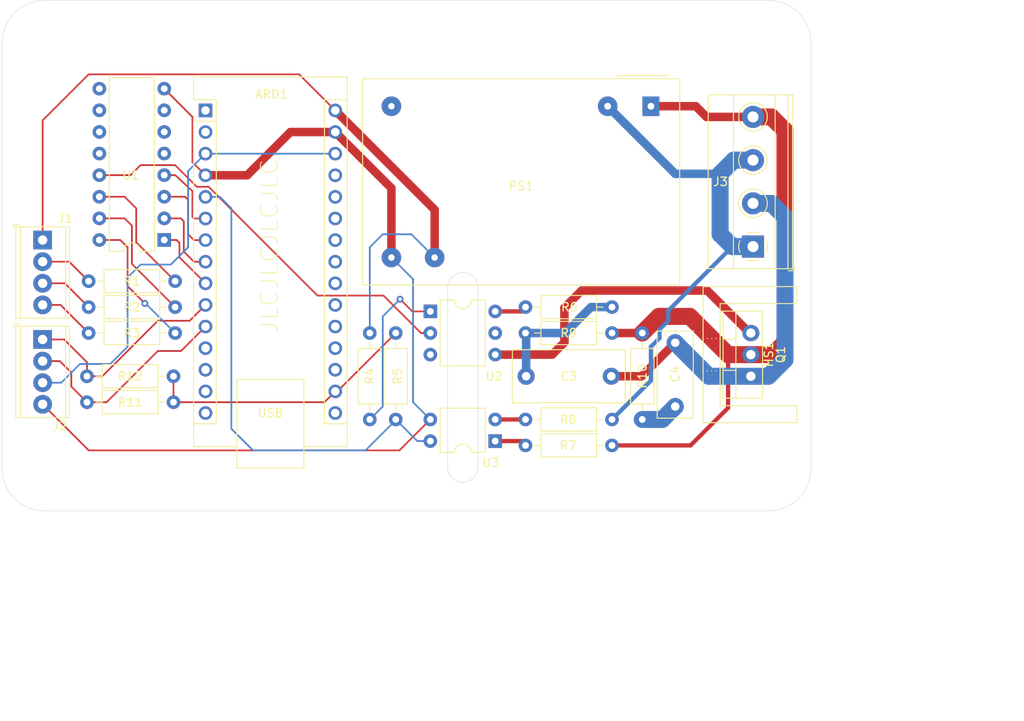
<source format=kicad_pcb>
(kicad_pcb (version 20240108) (generator "pcbnew") (generator_version "8.0")
  (layers (0 "F.Cu" signal) (31 "B.Cu" signal) (34 "B.Paste" user) (35 "F.Paste" user) (36 "B.SilkS" user "B.Silkscreen") (37 "F.SilkS" user "F.Silkscreen") (38 "B.Mask" user) (39 "F.Mask" user) (44 "Edge.Cuts" user))
  (net 0 "")
  (net 7 "/EXT RESET")
  (net 8 "VDD")
  (net 13 "GND")
  (net 14 "/FUTURE 1")
  (net 18 "/ZERO CROSS")
  (net 20 "+3V3")
  (net 22 "/TRIGGER")
  (net 25 "/LOAD{slash}L")
  (net 26 "/AC{slash}L")
  (net 27 "/FUTURE 2")
  (net 28 "Net-(J1-Pin_2)")
  (net 29 "Net-(J1-Pin_3)")
  (net 30 "/AC{slash}N")
  (net 31 "Net-(C3-Pad1)")
  (net 32 "Net-(C4-Pad1)")
  (net 35 "Net-(Q1-G)")
  (net 36 "Net-(U1-O2)")
  (net 38 "Net-(R4-Pad1)")
  (net 39 "Net-(R6-Pad2)")
  (net 40 "Net-(R7-Pad2)")
  (net 41 "Net-(R8-Pad2)")
  (net 49 "Net-(J1-Pin_4)")
  (net 50 "/O3")
  (net 51 "/O1")
  (net 52 "/I1")
  (net 53 "/I2")
  (net 54 "/I4")
  (net 55 "/I3")
  (footprint "TerminalBlock_Phoenix:TerminalBlock_Phoenix_MPT-0,5-4-2.54_1x04_P2.54mm_Horizontal" (layer "F.Cu") (at 95.758 101.849 -90)
    (property "Reference" "J2" (at 10.16 -2.032 180) (layer "F.SilkS"))
    (property "Value" "Screw_Terminal_01x04")
    (fp_line (start -1.8 3.4) (end -1.3 3.4) (stroke (width 0.12)) (layer "F.SilkS"))
    (fp_line (start -1.56 3.16) (end 9.18 3.16) (stroke (width 0.12)) (layer "F.SilkS"))
    (fp_line (start -1.8 2.66) (end -1.8 3.4) (stroke (width 0.12)) (layer "F.SilkS"))
    (fp_line (start -1.56 2.6) (end 9.18 2.6) (stroke (width 0.12)) (layer "F.SilkS"))
    (fp_line (start -1.56 -2.7) (end 9.18 -2.7) (stroke (width 0.12)) (layer "F.SilkS"))
    (fp_line (start -1.56 -3.16) (end -1.56 3.16) (stroke (width 0.12)) (layer "F.SilkS"))
    (fp_line (start -1.56 -3.16) (end 9.18 -3.16) (stroke (width 0.12)) (layer "F.SilkS"))
    (fp_line (start 9.18 -3.16) (end 9.18 3.16) (stroke (width 0.12)) (layer "F.SilkS"))
    (pad "1" thru_hole rect (at 0 0 270) (size 2.2 2.2) (drill 1.1) (layers "*.Cu" "*.Mask") (net 14 "/FUTURE 1"))
    (pad "2" thru_hole circle (at 2.54 0 270) (size 2.2 2.2) (drill 1.1) (layers "*.Cu" "*.Mask") (net 27 "/FUTURE 2"))
    (pad "3" thru_hole circle (at 5.08 0 270) (size 2.2 2.2) (drill 1.1) (layers "*.Cu" "*.Mask") (net 7 "/EXT RESET"))
    (pad "4" thru_hole circle (at 7.62 0 270) (size 2.2 2.2) (drill 1.1) (layers "*.Cu" "*.Mask") (net 13 "GND"))
  )
  (footprint "MountingHole:MountingHole_3.2mm_M3_ISO14580" (layer "F.Cu") (at 181 67)
    (property "Reference" "H2" (hide yes))
    (property "Value" "MountingHole")
    (pad "" np_thru_hole circle (at 0 0) (size 3.2 3.2) (drill 3.2) (layers "*.Cu" "*.Mask"))
  )
  (footprint "Package_DIP:DIP-6_W7.62mm" (layer "F.Cu") (at 141.292 98.552)
    (property "Reference" "U2" (at 7.493 7.62 0) (layer "F.SilkS"))
    (property "Value" "MOC3021")
    (fp_line (start 1.16 -1.33) (end 1.16 6.41) (stroke (width 0.12)) (layer "F.SilkS"))
    (fp_line (start 1.16 6.41) (end 6.46 6.41) (stroke (width 0.12)) (layer "F.SilkS"))
    (fp_line (start 2.81 -1.33) (end 1.16 -1.33) (stroke (width 0.12)) (layer "F.SilkS"))
    (fp_line (start 6.46 -1.33) (end 4.81 -1.33) (stroke (width 0.12)) (layer "F.SilkS"))
    (fp_line (start 6.46 6.41) (end 6.46 -1.33) (stroke (width 0.12)) (layer "F.SilkS"))
    (fp_arc (start 4.81 -1.33) (mid 3.81 -0.33) (end 2.81 -1.33) (stroke (width 0.12)) (layer "F.SilkS"))
    (pad "1" thru_hole rect (at 0 0) (size 1.6 1.6) (drill 0.8) (layers "*.Cu" "*.Mask") (net 38 "Net-(R4-Pad1)"))
    (pad "2" thru_hole oval (at 0 2.54) (size 1.6 1.6) (drill 0.8) (layers "*.Cu" "*.Mask") (net 22 "/TRIGGER"))
    (pad "3" thru_hole oval (at 0 5.08) (size 1.6 1.6) (drill 0.8) (layers "*.Cu" "*.Mask"))
    (pad "4" thru_hole oval (at 7.62 5.08) (size 1.6 1.6) (drill 0.8) (layers "*.Cu" "*.Mask") (net 35 "Net-(Q1-G)"))
    (pad "5" thru_hole oval (at 7.62 2.54) (size 1.6 1.6) (drill 0.8) (layers "*.Cu" "*.Mask"))
    (pad "6" thru_hole oval (at 7.62 0) (size 1.6 1.6) (drill 0.8) (layers "*.Cu" "*.Mask") (net 39 "Net-(R6-Pad2)"))
  )
  (footprint "Resistor_THT:R_Axial_DIN0207_L6.3mm_D2.5mm_P10.16mm_Horizontal" (layer "F.Cu") (at 162.628 101.092 180)
    (property "Reference" "R9" (at 5.08 0 0) (layer "F.SilkS"))
    (property "Value" "470R/1W")
    (fp_line (start 9.12 0) (end 8.35 0) (stroke (width 0.12)) (layer "F.SilkS"))
    (fp_line (start 8.35 1.37) (end 8.35 -1.37) (stroke (width 0.12)) (layer "F.SilkS"))
    (fp_line (start 8.35 -1.37) (end 1.81 -1.37) (stroke (width 0.12)) (layer "F.SilkS"))
    (fp_line (start 1.81 1.37) (end 8.35 1.37) (stroke (width 0.12)) (layer "F.SilkS"))
    (fp_line (start 1.81 -1.37) (end 1.81 1.37) (stroke (width 0.12)) (layer "F.SilkS"))
    (fp_line (start 1.04 0) (end 1.81 0) (stroke (width 0.12)) (layer "F.SilkS"))
    (pad "1" thru_hole circle (at 0 0 180) (size 1.6 1.6) (drill 0.8) (layers "*.Cu" "*.Mask") (net 26 "/AC{slash}L"))
    (pad "2" thru_hole oval (at 10.16 0 180) (size 1.6 1.6) (drill 0.8) (layers "*.Cu" "*.Mask") (net 31 "Net-(C3-Pad1)"))
  )
  (footprint "TerminalBlock_Phoenix:TerminalBlock_Phoenix_MKDS-1,5-4-5.08_1x04_P5.08mm_Horizontal" (layer "F.Cu") (at 179.189 90.932 90)
    (property "Reference" "J3" (at 7.62 -3.81 180) (layer "F.SilkS"))
    (property "Value" "Screw_Terminal_01x04")
    (fp_line (start 17.84 -5.261) (end 17.84 4.66) (stroke (width 0.12)) (layer "F.SilkS"))
    (fp_line (start -2.6 -5.261) (end 17.84 -5.261) (stroke (width 0.12)) (layer "F.SilkS"))
    (fp_line (start -2.6 -5.261) (end -2.6 4.66) (stroke (width 0.12)) (layer "F.SilkS"))
    (fp_line (start -2.6 -2.301) (end 17.84 -2.301) (stroke (width 0.12)) (layer "F.SilkS"))
    (fp_line (start 16.31 -1.275) (end 16.275 -1.239) (stroke (width 0.12)) (layer "F.SilkS"))
    (fp_line (start 11.23 -1.275) (end 11.195 -1.239) (stroke (width 0.12)) (layer "F.SilkS"))
    (fp_line (start 6.15 -1.275) (end 6.115 -1.239) (stroke (width 0.12)) (layer "F.SilkS"))
    (fp_line (start 16.515 -1.069) (end 16.468 -1.023) (stroke (width 0.12)) (layer "F.SilkS"))
    (fp_line (start 11.435 -1.069) (end 11.388 -1.023) (stroke (width 0.12)) (layer "F.SilkS"))
    (fp_line (start 6.355 -1.069) (end 6.308 -1.023) (stroke (width 0.12)) (layer "F.SilkS"))
    (fp_line (start 14.013 1.023) (end 13.966 1.069) (stroke (width 0.12)) (layer "F.SilkS"))
    (fp_line (start 8.933 1.023) (end 8.886 1.069) (stroke (width 0.12)) (layer "F.SilkS"))
    (fp_line (start 3.853 1.023) (end 3.806 1.069) (stroke (width 0.12)) (layer "F.SilkS"))
    (fp_line (start 14.206 1.239) (end 14.171 1.274) (stroke (width 0.12)) (layer "F.SilkS"))
    (fp_line (start 9.126 1.239) (end 9.091 1.274) (stroke (width 0.12)) (layer "F.SilkS"))
    (fp_line (start 4.046 1.239) (end 4.011 1.274) (stroke (width 0.12)) (layer "F.SilkS"))
    (fp_line (start -2.6 2.6) (end 17.84 2.6) (stroke (width 0.12)) (layer "F.SilkS"))
    (fp_line (start -2.6 4.1) (end 17.84 4.1) (stroke (width 0.12)) (layer "F.SilkS"))
    (fp_line (start -2.84 4.16) (end -2.84 4.9) (stroke (width 0.12)) (layer "F.SilkS"))
    (fp_line (start -2.6 4.66) (end 17.84 4.66) (stroke (width 0.12)) (layer "F.SilkS"))
    (fp_line (start -2.84 4.9) (end -2.34 4.9) (stroke (width 0.12)) (layer "F.SilkS"))
    (fp_arc (start -0.683042 -1.535427) (mid 0.000524 -1.680501) (end 0.684 -1.535) (stroke (width 0.12)) (layer "F.SilkS"))
    (fp_arc (start 1.535427 -0.683042) (mid 1.680501 0.000524) (end 1.535 0.684) (stroke (width 0.12)) (layer "F.SilkS"))
    (fp_arc (start -1.535427 0.683042) (mid -1.680501 -0.000524) (end -1.535 -0.684) (stroke (width 0.12)) (layer "F.SilkS"))
    (fp_arc (start 0.683318 1.534756) (mid 0.349292 1.643288) (end 0 1.68) (stroke (width 0.12)) (layer "F.SilkS"))
    (fp_arc (start 0.028805 1.680253) (mid -0.335551 1.646659) (end -0.684 1.535) (stroke (width 0.12)) (layer "F.SilkS"))
    (fp_circle (center 15.24 0) (end 16.92 0) (stroke (width 0.12)) (fill none) (layer "F.SilkS"))
    (fp_circle (center 10.16 0) (end 11.84 0) (stroke (width 0.12)) (fill none) (layer "F.SilkS"))
    (fp_circle (center 5.08 0) (end 6.76 0) (stroke (width 0.12)) (fill none) (layer "F.SilkS"))
    (pad "1" thru_hole rect (at 0 0 90) (size 2.6 2.6) (drill 1.3) (layers "*.Cu" "*.Mask") (net 30 "/AC{slash}N"))
    (pad "2" thru_hole circle (at 5.08 0 90) (size 2.6 2.6) (drill 1.3) (layers "*.Cu" "*.Mask") (net 25 "/LOAD{slash}L"))
    (pad "3" thru_hole circle (at 10.16 0 90) (size 2.6 2.6) (drill 1.3) (layers "*.Cu" "*.Mask") (net 30 "/AC{slash}N"))
    (pad "4" thru_hole circle (at 15.24 0 90) (size 2.6 2.6) (drill 1.3) (layers "*.Cu" "*.Mask") (net 26 "/AC{slash}L"))
  )
  (footprint "Resistor_THT:R_Axial_DIN0207_L6.3mm_D2.5mm_P10.16mm_Horizontal" (layer "F.Cu") (at 134.18 111.252 90)
    (property "Reference" "R4" (at 5.08 0 90) (layer "F.SilkS"))
    (property "Value" "360R")
    (fp_line (start 8.35 -1.37) (end 1.81 -1.37) (stroke (width 0.12)) (layer "F.SilkS"))
    (fp_line (start 1.81 -1.37) (end 1.81 1.37) (stroke (width 0.12)) (layer "F.SilkS"))
    (fp_line (start 9.12 0) (end 8.35 0) (stroke (width 0.12)) (layer "F.SilkS"))
    (fp_line (start 1.04 0) (end 1.81 0) (stroke (width 0.12)) (layer "F.SilkS"))
    (fp_line (start 8.35 1.37) (end 8.35 -1.37) (stroke (width 0.12)) (layer "F.SilkS"))
    (fp_line (start 1.81 1.37) (end 8.35 1.37) (stroke (width 0.12)) (layer "F.SilkS"))
    (pad "1" thru_hole circle (at 0 0 90) (size 1.6 1.6) (drill 0.8) (layers "*.Cu" "*.Mask") (net 38 "Net-(R4-Pad1)"))
    (pad "2" thru_hole oval (at 10.16 0 90) (size 1.6 1.6) (drill 0.8) (layers "*.Cu" "*.Mask") (net 8 "VDD"))
  )
  (footprint "Resistor_THT:R_Axial_DIN0207_L6.3mm_D2.5mm_P10.16mm_Horizontal" (layer "F.Cu") (at 137.228 101.092 -90)
    (property "Reference" "R5" (at 5.08 -0.254 90) (layer "F.SilkS"))
    (property "Value" "4K7")
    (fp_line (start 1.81 1.37) (end 8.35 1.37) (stroke (width 0.12)) (layer "F.SilkS"))
    (fp_line (start 8.35 1.37) (end 8.35 -1.37) (stroke (width 0.12)) (layer "F.SilkS"))
    (fp_line (start 1.04 0) (end 1.81 0) (stroke (width 0.12)) (layer "F.SilkS"))
    (fp_line (start 9.12 0) (end 8.35 0) (stroke (width 0.12)) (layer "F.SilkS"))
    (fp_line (start 1.81 -1.37) (end 1.81 1.37) (stroke (width 0.12)) (layer "F.SilkS"))
    (fp_line (start 8.35 -1.37) (end 1.81 -1.37) (stroke (width 0.12)) (layer "F.SilkS"))
    (pad "1" thru_hole circle (at 0 0 270) (size 1.6 1.6) (drill 0.8) (layers "*.Cu" "*.Mask") (net 20 "+3V3"))
    (pad "2" thru_hole oval (at 10.16 0 270) (size 1.6 1.6) (drill 0.8) (layers "*.Cu" "*.Mask") (net 18 "/ZERO CROSS"))
  )
  (footprint "Package_DIP:DIP-16_W7.62mm" (layer "F.Cu") (at 110.04 90.155 180)
    (property "Reference" "U1" (at 3.937 7.605 0) (layer "F.SilkS"))
    (property "Value" "ULN2003A")
    (fp_line (start 6.46 19.11) (end 6.46 -1.33) (stroke (width 0.12)) (layer "F.SilkS"))
    (fp_line (start 6.46 -1.33) (end 4.81 -1.33) (stroke (width 0.12)) (layer "F.SilkS"))
    (fp_line (start 2.81 -1.33) (end 1.16 -1.33) (stroke (width 0.12)) (layer "F.SilkS"))
    (fp_line (start 1.16 19.11) (end 6.46 19.11) (stroke (width 0.12)) (layer "F.SilkS"))
    (fp_line (start 1.16 -1.33) (end 1.16 19.11) (stroke (width 0.12)) (layer "F.SilkS"))
    (fp_arc (start 4.81 -1.33) (mid 3.81 -0.33) (end 2.81 -1.33) (stroke (width 0.12)) (layer "F.SilkS"))
    (pad "1" thru_hole rect (at 0 0 180) (size 1.6 1.6) (drill 0.8) (layers "*.Cu" "*.Mask") (net 52 "/I1"))
    (pad "2" thru_hole oval (at 0 2.54 180) (size 1.6 1.6) (drill 0.8) (layers "*.Cu" "*.Mask") (net 53 "/I2"))
    (pad "3" thru_hole oval (at 0 5.08 180) (size 1.6 1.6) (drill 0.8) (layers "*.Cu" "*.Mask") (net 55 "/I3"))
    (pad "4" thru_hole oval (at 0 7.62 180) (size 1.6 1.6) (drill 0.8) (layers "*.Cu" "*.Mask") (net 54 "/I4"))
    (pad "5" thru_hole oval (at 0 10.16 180) (size 1.6 1.6) (drill 0.8) (layers "*.Cu" "*.Mask"))
    (pad "6" thru_hole oval (at 0 12.7 180) (size 1.6 1.6) (drill 0.8) (layers "*.Cu" "*.Mask"))
    (pad "7" thru_hole oval (at 0 15.24 180) (size 1.6 1.6) (drill 0.8) (layers "*.Cu" "*.Mask"))
    (pad "8" thru_hole oval (at 0 17.78 180) (size 1.6 1.6) (drill 0.8) (layers "*.Cu" "*.Mask") (net 13 "GND"))
    (pad "9" thru_hole oval (at 7.62 17.78 180) (size 1.6 1.6) (drill 0.8) (layers "*.Cu" "*.Mask"))
    (pad "10" thru_hole oval (at 7.62 15.24 180) (size 1.6 1.6) (drill 0.8) (layers "*.Cu" "*.Mask"))
    (pad "11" thru_hole oval (at 7.62 12.7 180) (size 1.6 1.6) (drill 0.8) (layers "*.Cu" "*.Mask"))
    (pad "12" thru_hole oval (at 7.62 10.16 180) (size 1.6 1.6) (drill 0.8) (layers "*.Cu" "*.Mask"))
    (pad "13" thru_hole oval (at 7.62 7.62 180) (size 1.6 1.6) (drill 0.8) (layers "*.Cu" "*.Mask") (net 22 "/TRIGGER"))
    (pad "14" thru_hole oval (at 7.62 5.08 180) (size 1.6 1.6) (drill 0.8) (layers "*.Cu" "*.Mask") (net 50 "/O3"))
    (pad "15" thru_hole oval (at 7.62 2.54 180) (size 1.6 1.6) (drill 0.8) (layers "*.Cu" "*.Mask") (net 36 "Net-(U1-O2)"))
    (pad "16" thru_hole oval (at 7.62 0 180) (size 1.6 1.6) (drill 0.8) (layers "*.Cu" "*.Mask") (net 51 "/O1"))
  )
  (footprint "MyFootPrints:Heatsink_Fischer_SK-431-1x25mm" (layer "F.Cu") (at 175.328 103.632 90)
    (property "Reference" "HS1" (at 0 5.715 90) (layer "F.SilkS"))
    (property "Value" "Heatsink_Pad")
    (fp_line (start 8 -2) (end 8 9) (stroke (width 0.12)) (layer "F.SilkS"))
    (fp_line (start 1.9 -2) (end 1.9 0) (stroke (width 0.12) (type dot)) (layer "F.SilkS"))
    (fp_line (start -1.9 -2) (end -1.9 0) (stroke (width 0.12) (type dot)) (layer "F.SilkS"))
    (fp_line (start -8 -2) (end 8 -2) (stroke (width 0.12)) (layer "F.SilkS"))
    (fp_line (start -8 -2) (end -8 9) (stroke (width 0.12)) (layer "F.SilkS"))
    (fp_line (start 6 0) (end 6 9) (stroke (width 0.12)) (layer "F.SilkS"))
    (fp_line (start -6 0) (end 6 0) (stroke (width 0.12)) (layer "F.SilkS"))
    (fp_line (start 6 9) (end 8 9) (stroke (width 0.12)) (layer "F.SilkS"))
    (fp_line (start -6 9) (end -6 0) (stroke (width 0.12)) (layer "F.SilkS"))
    (fp_line (start -8 9) (end -6 9) (stroke (width 0.12)) (layer "F.SilkS"))
  )
  (footprint "Resistor_THT:R_Axial_DIN0207_L6.3mm_D2.5mm_P10.16mm_Horizontal" (layer "F.Cu") (at 162.628 114.3 180)
    (property "Reference" "R7" (at 5.16 0 180) (layer "F.SilkS"))
    (property "Value" "15K/1W")
    (fp_line (start 9.12 0) (end 8.35 0) (stroke (width 0.12)) (layer "F.SilkS"))
    (fp_line (start 8.35 1.37) (end 8.35 -1.37) (stroke (width 0.12)) (layer "F.SilkS"))
    (fp_line (start 8.35 -1.37) (end 1.81 -1.37) (stroke (width 0.12)) (layer "F.SilkS"))
    (fp_line (start 1.81 1.37) (end 8.35 1.37) (stroke (width 0.12)) (layer "F.SilkS"))
    (fp_line (start 1.81 -1.37) (end 1.81 1.37) (stroke (width 0.12)) (layer "F.SilkS"))
    (fp_line (start 1.04 0) (end 1.81 0) (stroke (width 0.12)) (layer "F.SilkS"))
    (pad "1" thru_hole circle (at 0 0 180) (size 1.6 1.6) (drill 0.8) (layers "*.Cu" "*.Mask") (net 26 "/AC{slash}L"))
    (pad "2" thru_hole oval (at 10.16 0 180) (size 1.6 1.6) (drill 0.8) (layers "*.Cu" "*.Mask") (net 40 "Net-(R7-Pad2)"))
  )
  (footprint "Capacitor_THT:C_Rect_L10.0mm_W4.0mm_P7.50mm_FKS3_FKP3" (layer "F.Cu") (at 170.054 109.728 90)
    (property "Reference" "C4" (at 3.81 0 90) (layer "F.SilkS"))
    (property "Value" "0.01 uF/400V")
    (fp_line (start 8.87 -2.12) (end 8.87 2.12) (stroke (width 0.12)) (layer "F.SilkS"))
    (fp_line (start -1.37 -2.12) (end 8.87 -2.12) (stroke (width 0.12)) (layer "F.SilkS"))
    (fp_line (start -1.37 -2.12) (end -1.37 2.12) (stroke (width 0.12)) (layer "F.SilkS"))
    (fp_line (start -1.37 2.12) (end 8.87 2.12) (stroke (width 0.12)) (layer "F.SilkS"))
    (pad "1" thru_hole circle (at 0 0 90) (size 2 2) (drill 1) (layers "*.Cu" "*.Mask") (net 32 "Net-(C4-Pad1)"))
    (pad "2" thru_hole circle (at 7.5 0 90) (size 2 2) (drill 1) (layers "*.Cu" "*.Mask") (net 25 "/LOAD{slash}L"))
  )
  (footprint "Resistor_THT:R_Axial_DIN0207_L6.3mm_D2.5mm_P10.16mm_Horizontal" (layer "F.Cu") (at 111.32 98.044 180)
    (property "Reference" "R2" (at 5.08 0 180) (layer "F.SilkS"))
    (property "Value" "290R")
    (fp_line (start 9.12 0) (end 8.35 0) (stroke (width 0.12)) (layer "F.SilkS"))
    (fp_line (start 8.35 1.37) (end 8.35 -1.37) (stroke (width 0.12)) (layer "F.SilkS"))
    (fp_line (start 8.35 -1.37) (end 1.81 -1.37) (stroke (width 0.12)) (layer "F.SilkS"))
    (fp_line (start 1.81 1.37) (end 8.35 1.37) (stroke (width 0.12)) (layer "F.SilkS"))
    (fp_line (start 1.81 -1.37) (end 1.81 1.37) (stroke (width 0.12)) (layer "F.SilkS"))
    (fp_line (start 1.04 0) (end 1.81 0) (stroke (width 0.12)) (layer "F.SilkS"))
    (pad "1" thru_hole circle (at 0 0 180) (size 1.6 1.6) (drill 0.8) (layers "*.Cu" "*.Mask") (net 36 "Net-(U1-O2)"))
    (pad "2" thru_hole oval (at 10.16 0 180) (size 1.6 1.6) (drill 0.8) (layers "*.Cu" "*.Mask") (net 29 "Net-(J1-Pin_3)"))
  )
  (footprint "Resistor_THT:R_Axial_DIN0207_L6.3mm_D2.5mm_P10.16mm_Horizontal" (layer "F.Cu") (at 162.628 98.044 180)
    (property "Reference" "R6" (at 5 0 0) (layer "F.SilkS"))
    (property "Value" "360R/1W")
    (fp_line (start 9.12 0) (end 8.35 0) (stroke (width 0.12)) (layer "F.SilkS"))
    (fp_line (start 8.35 1.37) (end 8.35 -1.37) (stroke (width 0.12)) (layer "F.SilkS"))
    (fp_line (start 8.35 -1.37) (end 1.81 -1.37) (stroke (width 0.12)) (layer "F.SilkS"))
    (fp_line (start 1.81 1.37) (end 8.35 1.37) (stroke (width 0.12)) (layer "F.SilkS"))
    (fp_line (start 1.81 -1.37) (end 1.81 1.37) (stroke (width 0.12)) (layer "F.SilkS"))
    (fp_line (start 1.04 0) (end 1.81 0) (stroke (width 0.12)) (layer "F.SilkS"))
    (pad "1" thru_hole circle (at 0 0 180) (size 1.6 1.6) (drill 0.8) (layers "*.Cu" "*.Mask") (net 31 "Net-(C3-Pad1)"))
    (pad "2" thru_hole oval (at 10.16 0 180) (size 1.6 1.6) (drill 0.8) (layers "*.Cu" "*.Mask") (net 39 "Net-(R6-Pad2)"))
  )
  (footprint "Resistor_THT:R_Axial_DIN0207_L6.3mm_D2.5mm_P10.16mm_Horizontal" (layer "F.Cu") (at 111.32 94.996 180)
    (property "Reference" "R1" (at 5.08 0 180) (layer "F.SilkS"))
    (property "Value" "330R")
    (fp_line (start 9.12 0) (end 8.35 0) (stroke (width 0.12)) (layer "F.SilkS"))
    (fp_line (start 8.35 1.37) (end 8.35 -1.37) (stroke (width 0.12)) (layer "F.SilkS"))
    (fp_line (start 8.35 -1.37) (end 1.81 -1.37) (stroke (width 0.12)) (layer "F.SilkS"))
    (fp_line (start 1.81 1.37) (end 8.35 1.37) (stroke (width 0.12)) (layer "F.SilkS"))
    (fp_line (start 1.81 -1.37) (end 1.81 1.37) (stroke (width 0.12)) (layer "F.SilkS"))
    (fp_line (start 1.04 0) (end 1.81 0) (stroke (width 0.12)) (layer "F.SilkS"))
    (pad "1" thru_hole circle (at 0 0 180) (size 1.6 1.6) (drill 0.8) (layers "*.Cu" "*.Mask") (net 50 "/O3"))
    (pad "2" thru_hole oval (at 10.16 0 180) (size 1.6 1.6) (drill 0.8) (layers "*.Cu" "*.Mask") (net 28 "Net-(J1-Pin_2)"))
  )
  (footprint "Resistor_THT:R_Axial_DIN0207_L6.3mm_D2.5mm_P10.16mm_Horizontal" (layer "F.Cu") (at 162.628 111.252 180)
    (property "Reference" "R8" (at 5.16 0 180) (layer "F.SilkS"))
    (property "Value" "15K/1W")
    (fp_line (start 9.12 0) (end 8.35 0) (stroke (width 0.12)) (layer "F.SilkS"))
    (fp_line (start 8.35 1.37) (end 8.35 -1.37) (stroke (width 0.12)) (layer "F.SilkS"))
    (fp_line (start 8.35 -1.37) (end 1.81 -1.37) (stroke (width 0.12)) (layer "F.SilkS"))
    (fp_line (start 1.81 1.37) (end 8.35 1.37) (stroke (width 0.12)) (layer "F.SilkS"))
    (fp_line (start 1.81 -1.37) (end 1.81 1.37) (stroke (width 0.12)) (layer "F.SilkS"))
    (fp_line (start 1.04 0) (end 1.81 0) (stroke (width 0.12)) (layer "F.SilkS"))
    (pad "1" thru_hole circle (at 0 0 180) (size 1.6 1.6) (drill 0.8) (layers "*.Cu" "*.Mask") (net 30 "/AC{slash}N"))
    (pad "2" thru_hole oval (at 10.16 0 180) (size 1.6 1.6) (drill 0.8) (layers "*.Cu" "*.Mask") (net 41 "Net-(R8-Pad2)"))
  )
  (footprint "Resistor_THT:R_Axial_DIN0207_L6.3mm_D2.5mm_P10.16mm_Horizontal" (layer "F.Cu") (at 111.125 106.172 180)
    (property "Reference" "R12" (at 5.08 0 180) (layer "F.SilkS"))
    (property "Value" "4K7")
    (fp_line (start 9.12 0) (end 8.35 0) (stroke (width 0.12)) (layer "F.SilkS"))
    (fp_line (start 8.35 1.37) (end 8.35 -1.37) (stroke (width 0.12)) (layer "F.SilkS"))
    (fp_line (start 8.35 -1.37) (end 1.81 -1.37) (stroke (width 0.12)) (layer "F.SilkS"))
    (fp_line (start 1.81 1.37) (end 8.35 1.37) (stroke (width 0.12)) (layer "F.SilkS"))
    (fp_line (start 1.81 -1.37) (end 1.81 1.37) (stroke (width 0.12)) (layer "F.SilkS"))
    (fp_line (start 1.04 0) (end 1.81 0) (stroke (width 0.12)) (layer "F.SilkS"))
    (pad "1" thru_hole circle (at 0 0 180) (size 1.6 1.6) (drill 0.8) (layers "*.Cu" "*.Mask") (net 20 "+3V3"))
    (pad "2" thru_hole oval (at 10.16 0 180) (size 1.6 1.6) (drill 0.8) (layers "*.Cu" "*.Mask") (net 14 "/FUTURE 1"))
  )
  (footprint "Package_DIP:DIP-4_W7.62mm" (layer "F.Cu") (at 148.912 113.792 180)
    (property "Reference" "U3" (at 0.508 -2.54 0) (layer "F.SilkS"))
    (property "Value" "SFH620A-3")
    (fp_line (start 6.46 3.87) (end 6.46 -1.33) (stroke (width 0.12)) (layer "F.SilkS"))
    (fp_line (start 6.46 -1.33) (end 4.81 -1.33) (stroke (width 0.12)) (layer "F.SilkS"))
    (fp_line (start 2.81 -1.33) (end 1.16 -1.33) (stroke (width 0.12)) (layer "F.SilkS"))
    (fp_line (start 1.16 3.87) (end 6.46 3.87) (stroke (width 0.12)) (layer "F.SilkS"))
    (fp_line (start 1.16 -1.33) (end 1.16 3.87) (stroke (width 0.12)) (layer "F.SilkS"))
    (fp_arc (start 4.81 -1.33) (mid 3.81 -0.33) (end 2.81 -1.33) (stroke (width 0.12)) (layer "F.SilkS"))
    (pad "1" thru_hole rect (at 0 0 180) (size 1.6 1.6) (drill 0.8) (layers "*.Cu" "*.Mask") (net 40 "Net-(R7-Pad2)"))
    (pad "2" thru_hole oval (at 0 2.54 180) (size 1.6 1.6) (drill 0.8) (layers "*.Cu" "*.Mask") (net 41 "Net-(R8-Pad2)"))
    (pad "3" thru_hole oval (at 7.62 2.54 180) (size 1.6 1.6) (drill 0.8) (layers "*.Cu" "*.Mask") (net 13 "GND"))
    (pad "4" thru_hole oval (at 7.62 0 180) (size 1.6 1.6) (drill 0.8) (layers "*.Cu" "*.Mask") (net 18 "/ZERO CROSS"))
  )
  (footprint "MountingHole:MountingHole_3.2mm_M3_ISO14580" (layer "F.Cu") (at 96 117)
    (property "Reference" "H4" (hide yes))
    (property "Value" "MountingHole")
    (pad "" np_thru_hole circle (at 0 0) (size 3.2 3.2) (drill 3.2) (layers "*.Cu" "*.Mask"))
  )
  (footprint "TerminalBlock_Phoenix:TerminalBlock_Phoenix_MPT-0,5-4-2.54_1x04_P2.54mm_Horizontal" (layer "F.Cu") (at 95.758 90.165 -90)
    (property "Reference" "J1" (at -2.54 -2.667 180) (layer "F.SilkS"))
    (property "Value" "Screw_Terminal_01x04")
    (fp_line (start -1.8 3.4) (end -1.3 3.4) (stroke (width 0.12)) (layer "F.SilkS"))
    (fp_line (start -1.56 3.16) (end 9.18 3.16) (stroke (width 0.12)) (layer "F.SilkS"))
    (fp_line (start -1.8 2.66) (end -1.8 3.4) (stroke (width 0.12)) (layer "F.SilkS"))
    (fp_line (start -1.56 2.6) (end 9.18 2.6) (stroke (width 0.12)) (layer "F.SilkS"))
    (fp_line (start -1.56 -2.7) (end 9.18 -2.7) (stroke (width 0.12)) (layer "F.SilkS"))
    (fp_line (start -1.56 -3.16) (end -1.56 3.16) (stroke (width 0.12)) (layer "F.SilkS"))
    (fp_line (start -1.56 -3.16) (end 9.18 -3.16) (stroke (width 0.12)) (layer "F.SilkS"))
    (fp_line (start 9.18 -3.16) (end 9.18 3.16) (stroke (width 0.12)) (layer "F.SilkS"))
    (pad "1" thru_hole rect (at 0 0 270) (size 2.2 2.2) (drill 1.1) (layers "*.Cu" "*.Mask") (net 8 "VDD"))
    (pad "2" thru_hole circle (at 2.54 0 270) (size 2.2 2.2) (drill 1.1) (layers "*.Cu" "*.Mask") (net 28 "Net-(J1-Pin_2)"))
    (pad "3" thru_hole circle (at 5.08 0 270) (size 2.2 2.2) (drill 1.1) (layers "*.Cu" "*.Mask") (net 29 "Net-(J1-Pin_3)"))
    (pad "4" thru_hole circle (at 7.62 0 270) (size 2.2 2.2) (drill 1.1) (layers "*.Cu" "*.Mask") (net 49 "Net-(J1-Pin_4)"))
  )
  (footprint "Capacitor_THT:C_Rect_L13.0mm_W6.0mm_P10.00mm_FKS3_FKP3_MKS4" (layer "F.Cu") (at 152.548 106.172)
    (property "Reference" "C3" (at 5 0 0) (layer "F.SilkS"))
    (property "Value" "0.05uF/400V")
    (fp_line (start -1.62 -3.12) (end -1.62 3.12) (stroke (width 0.12)) (layer "F.SilkS"))
    (fp_line (start -1.62 -3.12) (end 11.62 -3.12) (stroke (width 0.12)) (layer "F.SilkS"))
    (fp_line (start -1.62 3.12) (end 11.62 3.12) (stroke (width 0.12)) (layer "F.SilkS"))
    (fp_line (start 11.62 -3.12) (end 11.62 3.12) (stroke (width 0.12)) (layer "F.SilkS"))
    (pad "1" thru_hole circle (at 0 0) (size 2 2) (drill 1) (layers "*.Cu" "*.Mask") (net 31 "Net-(C3-Pad1)"))
    (pad "2" thru_hole circle (at 10 0) (size 2 2) (drill 1) (layers "*.Cu" "*.Mask") (net 25 "/LOAD{slash}L"))
  )
  (footprint "MountingHole:MountingHole_3.2mm_M3_ISO14580" (layer "F.Cu") (at 96 67)
    (property "Reference" "H1" (hide yes))
    (property "Value" "MountingHole")
    (pad "" np_thru_hole circle (at 0 0) (size 3.2 3.2) (drill 3.2) (layers "*.Cu" "*.Mask"))
  )
  (footprint "MountingHole:MountingHole_3.2mm_M3_ISO14580" (layer "F.Cu") (at 181 117)
    (property "Reference" "H3" (hide yes))
    (property "Value" "MountingHole")
    (pad "" np_thru_hole circle (at 0 0) (size 3.2 3.2) (drill 3.2) (layers "*.Cu" "*.Mask"))
  )
  (footprint "Package_TO_SOT_THT:TO-220-3_Vertical" (layer "F.Cu") (at 178.94 106.172 90)
    (property "Reference" "Q1" (at 2.54 3.5 90) (layer "F.SilkS"))
    (property "Value" "BT136-600")
    (fp_line (start 7.66 -3.27) (end 7.66 1.371) (stroke (width 0.12)) (layer "F.SilkS"))
    (fp_line (start 4.391 -3.27) (end 4.391 -1.76) (stroke (width 0.12)) (layer "F.SilkS"))
    (fp_line (start 0.69 -3.27) (end 0.69 -1.76) (stroke (width 0.12)) (layer "F.SilkS"))
    (fp_line (start -2.58 -3.27) (end 7.66 -3.27) (stroke (width 0.12)) (layer "F.SilkS"))
    (fp_line (start -2.58 -3.27) (end -2.58 1.371) (stroke (width 0.12)) (layer "F.SilkS"))
    (fp_line (start -2.58 -1.76) (end 7.66 -1.76) (stroke (width 0.12)) (layer "F.SilkS"))
    (fp_line (start -2.58 1.371) (end 7.66 1.371) (stroke (width 0.12)) (layer "F.SilkS"))
    (pad "1" thru_hole rect (at 0 0 90) (size 1.905 2) (drill 1.1) (layers "*.Cu" "*.Mask") (net 25 "/LOAD{slash}L"))
    (pad "2" thru_hole oval (at 2.54 0 90) (size 1.905 2) (drill 1.1) (layers "*.Cu" "*.Mask") (net 26 "/AC{slash}L"))
    (pad "3" thru_hole oval (at 5.08 0 90) (size 1.905 2) (drill 1.1) (layers "*.Cu" "*.Mask") (net 35 "Net-(Q1-G)"))
  )
  (footprint "Converter_ACDC:Converter_ACDC_MeanWell_IRM-03-xx_THT" (layer "F.Cu") (at 167.2 74.4375 -90)
    (property "Reference" "PS1" (at 9.3825 15.24 180) (layer "F.SilkS"))
    (property "Value" "IRM-03-9")
    (fp_line (start -3.23 33.86) (end 21.01 33.86) (stroke (width 0.12)) (layer "F.SilkS"))
    (fp_line (start -3.61 -2) (end -3.61 4) (stroke (width 0.12)) (layer "F.SilkS"))
    (fp_line (start -3.23 -3.38) (end -3.23 33.86) (stroke (width 0.12)) (layer "F.SilkS"))
    (fp_line (start 21.01 -3.38) (end 21.01 33.86) (stroke (width 0.12)) (layer "F.SilkS"))
    (fp_line (start 21.01 -3.38) (end -3.23 -3.38) (stroke (width 0.12)) (layer "F.SilkS"))
    (pad "1" thru_hole rect (at 0 0 270) (size 2.3 2) (drill 0.8) (layers "*.Cu" "*.Mask") (net 26 "/AC{slash}L"))
    (pad "3" thru_hole circle (at 0 5.08 270) (size 2.3 2.3) (drill 0.8) (layers "*.Cu" "*.Mask") (net 30 "/AC{slash}N"))
    (pad "5" thru_hole circle (at 0 30.48 270) (size 2.3 2.3) (drill 0.76) (layers "*.Cu" "*.Mask"))
    (pad "14" thru_hole circle (at 17.78 30.48 270) (size 2.3 2.3) (drill 0.76) (layers "*.Cu" "*.Mask") (net 13 "GND"))
    (pad "16" thru_hole circle (at 17.78 25.4 270) (size 2.3 2.3) (drill 0.76) (layers "*.Cu" "*.Mask") (net 8 "VDD"))
  )
  (footprint "MyFootPrints:Arduino_Nano_WithMountingHoles" (layer "F.Cu") (at 114.886 74.93)
    (property "Reference" "ARD1" (at 7.737 -1.905 0) (layer "F.SilkS"))
    (property "Value" "Arduino_Nano_33_BLE_Rev2")
    (fp_line (start -1.4 -3.94) (end -1.4 -1.27) (stroke (width 0.12)) (layer "F.SilkS"))
    (fp_line (start -1.4 1.27) (end -1.4 39.5) (stroke (width 0.12)) (layer "F.SilkS"))
    (fp_line (start -1.4 39.5) (end 3.68 39.5) (stroke (width 0.12)) (layer "F.SilkS"))
    (fp_line (start 1.27 -1.27) (end -1.4 -1.27) (stroke (width 0.12)) (layer "F.SilkS"))
    (fp_line (start 1.27 1.27) (end -1.4 1.27) (stroke (width 0.12)) (layer "F.SilkS"))
    (fp_line (start 1.27 1.27) (end 1.27 -1.27) (stroke (width 0.12)) (layer "F.SilkS"))
    (fp_line (start 1.27 1.27) (end 1.27 36.83) (stroke (width 0.12)) (layer "F.SilkS"))
    (fp_line (start 1.27 36.83) (end -1.4 36.83) (stroke (width 0.12)) (layer "F.SilkS"))
    (fp_line (start 3.68 31.62) (end 11.56 31.62) (stroke (width 0.12)) (layer "F.SilkS"))
    (fp_line (start 3.68 42.04) (end 3.68 31.62) (stroke (width 0.12)) (layer "F.SilkS"))
    (fp_line (start 11.56 31.62) (end 11.56 42.04) (stroke (width 0.12)) (layer "F.SilkS"))
    (fp_line (start 11.56 42.04) (end 3.68 42.04) (stroke (width 0.12)) (layer "F.SilkS"))
    (fp_line (start 13.97 -1.27) (end 13.97 36.83) (stroke (width 0.12)) (layer "F.SilkS"))
    (fp_line (start 13.97 -1.27) (end 16.64 -1.27) (stroke (width 0.12)) (layer "F.SilkS"))
    (fp_line (start 13.97 36.83) (end 16.64 36.83) (stroke (width 0.12)) (layer "F.SilkS"))
    (fp_line (start 16.64 -3.94) (end -1.4 -3.94) (stroke (width 0.12)) (layer "F.SilkS"))
    (fp_line (start 16.64 39.5) (end 11.56 39.5) (stroke (width 0.12)) (layer "F.SilkS"))
    (fp_line (start 16.64 39.5) (end 16.64 -3.94) (stroke (width 0.12)) (layer "F.SilkS"))
    (fp_text user "USB" (at 7.62 35.56 0) (layer "F.SilkS"))
    (pad "" np_thru_hole circle (at 0 -2.54) (size 1.78 1.78) (drill 1.78) (layers "*.Cu" "*.Mask"))
    (pad "" np_thru_hole circle (at 0 38.1) (size 1.78 1.78) (drill 1.78) (layers "*.Cu" "*.Mask"))
    (pad "" np_thru_hole circle (at 15.24 -2.54) (size 1.78 1.78) (drill 1.78) (layers "*.Cu" "*.Mask"))
    (pad "" np_thru_hole circle (at 15.24 38.1) (size 1.78 1.78) (drill 1.78) (layers "*.Cu" "*.Mask"))
    (pad "1" thru_hole rect (at 0 0) (size 1.6 1.6) (drill 1) (layers "*.Cu" "*.Mask"))
    (pad "2" thru_hole oval (at 0 2.54) (size 1.6 1.6) (drill 1) (layers "*.Cu" "*.Mask"))
    (pad "3" thru_hole oval (at 0 5.08) (size 1.6 1.6) (drill 1) (layers "*.Cu" "*.Mask") (net 7 "/EXT RESET"))
    (pad "4" thru_hole oval (at 0 7.62) (size 1.6 1.6) (drill 1) (layers "*.Cu" "*.Mask") (net 13 "GND"))
    (pad "5" thru_hole oval (at 0 10.16) (size 1.6 1.6) (drill 1) (layers "*.Cu" "*.Mask") (net 18 "/ZERO CROSS"))
    (pad "6" thru_hole oval (at 0 12.7) (size 1.6 1.6) (drill 1) (layers "*.Cu" "*.Mask") (net 54 "/I4"))
    (pad "7" thru_hole oval (at 0 15.24) (size 1.6 1.6) (drill 1) (layers "*.Cu" "*.Mask") (net 55 "/I3"))
    (pad "8" thru_hole oval (at 0 17.78) (size 1.6 1.6) (drill 1) (layers "*.Cu" "*.Mask") (net 53 "/I2"))
    (pad "9" thru_hole oval (at 0 20.32) (size 1.6 1.6) (drill 1) (layers "*.Cu" "*.Mask") (net 52 "/I1"))
    (pad "10" thru_hole oval (at 0 22.86) (size 1.6 1.6) (drill 1) (layers "*.Cu" "*.Mask") (net 14 "/FUTURE 1"))
    (pad "11" thru_hole oval (at 0 25.4) (size 1.6 1.6) (drill 1) (layers "*.Cu" "*.Mask") (net 27 "/FUTURE 2"))
    (pad "12" thru_hole oval (at 0 27.94) (size 1.6 1.6) (drill 1) (layers "*.Cu" "*.Mask"))
    (pad "13" thru_hole oval (at 0 30.48) (size 1.6 1.6) (drill 1) (layers "*.Cu" "*.Mask"))
    (pad "14" thru_hole oval (at 0 33.02) (size 1.6 1.6) (drill 1) (layers "*.Cu" "*.Mask"))
    (pad "15" thru_hole oval (at 0 35.56) (size 1.6 1.6) (drill 1) (layers "*.Cu" "*.Mask"))
    (pad "16" thru_hole oval (at 15.24 35.56) (size 1.6 1.6) (drill 1) (layers "*.Cu" "*.Mask"))
    (pad "17" thru_hole oval (at 15.24 33.02) (size 1.6 1.6) (drill 1) (layers "*.Cu" "*.Mask") (net 20 "+3V3"))
    (pad "18" thru_hole oval (at 15.24 30.48) (size 1.6 1.6) (drill 1) (layers "*.Cu" "*.Mask"))
    (pad "19" thru_hole oval (at 15.24 27.94) (size 1.6 1.6) (drill 1) (layers "*.Cu" "*.Mask"))
    (pad "20" thru_hole oval (at 15.24 25.4) (size 1.6 1.6) (drill 1) (layers "*.Cu" "*.Mask"))
    (pad "21" thru_hole oval (at 15.24 22.86) (size 1.6 1.6) (drill 1) (layers "*.Cu" "*.Mask"))
    (pad "22" thru_hole oval (at 15.24 20.32) (size 1.6 1.6) (drill 1) (layers "*.Cu" "*.Mask"))
    (pad "23" thru_hole oval (at 15.24 17.78) (size 1.6 1.6) (drill 1) (layers "*.Cu" "*.Mask"))
    (pad "24" thru_hole oval (at 15.24 15.24) (size 1.6 1.6) (drill 1) (layers "*.Cu" "*.Mask"))
    (pad "25" thru_hole oval (at 15.24 12.7) (size 1.6 1.6) (drill 1) (layers "*.Cu" "*.Mask"))
    (pad "26" thru_hole oval (at 15.24 10.16) (size 1.6 1.6) (drill 1) (layers "*.Cu" "*.Mask"))
    (pad "27" thru_hole oval (at 15.24 7.62) (size 1.6 1.6) (drill 1) (layers "*.Cu" "*.Mask"))
    (pad "28" thru_hole oval (at 15.24 5.08) (size 1.6 1.6) (drill 1) (layers "*.Cu" "*.Mask") (net 7 "/EXT RESET"))
    (pad "29" thru_hole oval (at 15.24 2.54) (size 1.6 1.6) (drill 1) (layers "*.Cu" "*.Mask") (net 13 "GND"))
    (pad "30" thru_hole oval (at 15.24 0) (size 1.6 1.6) (drill 1) (layers "*.Cu" "*.Mask") (net 8 "VDD"))
  )
  (footprint "Resistor_THT:R_Axial_DIN0207_L6.3mm_D2.5mm_P10.16mm_Horizontal" (layer "F.Cu") (at 111.32 101.092 180)
    (property "Reference" "R3" (at 5.08 0 180) (layer "F.SilkS"))
    (property "Value" "290R")
    (fp_line (start 9.12 0) (end 8.35 0) (stroke (width 0.12)) (layer "F.SilkS"))
    (fp_line (start 8.35 1.37) (end 8.35 -1.37) (stroke (width 0.12)) (layer "F.SilkS"))
    (fp_line (start 8.35 -1.37) (end 1.81 -1.37) (stroke (width 0.12)) (layer "F.SilkS"))
    (fp_line (start 1.81 1.37) (end 8.35 1.37) (stroke (width 0.12)) (layer "F.SilkS"))
    (fp_line (start 1.81 -1.37) (end 1.81 1.37) (stroke (width 0.12)) (layer "F.SilkS"))
    (fp_line (start 1.04 0) (end 1.81 0) (stroke (width 0.12)) (layer "F.SilkS"))
    (pad "1" thru_hole circle (at 0 0 180) (size 1.6 1.6) (drill 0.8) (layers "*.Cu" "*.Mask") (net 51 "/O1"))
    (pad "2" thru_hole oval (at 10.16 0 180) (size 1.6 1.6) (drill 0.8) (layers "*.Cu" "*.Mask") (net 49 "Net-(J1-Pin_4)"))
  )
  (footprint "Resistor_THT:R_Axial_DIN0207_L6.3mm_D2.5mm_P10.16mm_Horizontal" (layer "F.Cu") (at 111.125 109.22 180)
    (property "Reference" "R11" (at 5.08 0 180) (layer "F.SilkS"))
    (property "Value" "4K7")
    (fp_line (start 9.12 0) (end 8.35 0) (stroke (width 0.12)) (layer "F.SilkS"))
    (fp_line (start 8.35 1.37) (end 8.35 -1.37) (stroke (width 0.12)) (layer "F.SilkS"))
    (fp_line (start 8.35 -1.37) (end 1.81 -1.37) (stroke (width 0.12)) (layer "F.SilkS"))
    (fp_line (start 1.81 1.37) (end 8.35 1.37) (stroke (width 0.12)) (layer "F.SilkS"))
    (fp_line (start 1.81 -1.37) (end 1.81 1.37) (stroke (width 0.12)) (layer "F.SilkS"))
    (fp_line (start 1.04 0) (end 1.81 0) (stroke (width 0.12)) (layer "F.SilkS"))
    (pad "1" thru_hole circle (at 0 0 180) (size 1.6 1.6) (drill 0.8) (layers "*.Cu" "*.Mask") (net 20 "+3V3"))
    (pad "2" thru_hole oval (at 10.16 0 180) (size 1.6 1.6) (drill 0.8) (layers "*.Cu" "*.Mask") (net 27 "/FUTURE 2"))
  )
  (footprint "Resistor_THT:R_Axial_DIN0207_L6.3mm_D2.5mm_P10.16mm_Horizontal" (layer "F.Cu") (at 166.184 101.092 -90)
    (property "Reference" "R10" (at 5.08 0 90) (layer "F.SilkS"))
    (property "Value" "39R/1W")
    (fp_line (start 1.81 1.37) (end 8.35 1.37) (stroke (width 0.12)) (layer "F.SilkS"))
    (fp_line (start 8.35 1.37) (end 8.35 -1.37) (stroke (width 0.12)) (layer "F.SilkS"))
    (fp_line (start 1.04 0) (end 1.81 0) (stroke (width 0.12)) (layer "F.SilkS"))
    (fp_line (start 9.12 0) (end 8.35 0) (stroke (width 0.12)) (layer "F.SilkS"))
    (fp_line (start 1.81 -1.37) (end 1.81 1.37) (stroke (width 0.12)) (layer "F.SilkS"))
    (fp_line (start 8.35 -1.37) (end 1.81 -1.37) (stroke (width 0.12)) (layer "F.SilkS"))
    (pad "1" thru_hole circle (at 0 0 270) (size 1.6 1.6) (drill 0.8) (layers "*.Cu" "*.Mask") (net 26 "/AC{slash}L"))
    (pad "2" thru_hole oval (at 10.16 0 270) (size 1.6 1.6) (drill 0.8) (layers "*.Cu" "*.Mask") (net 32 "Net-(C4-Pad1)"))
  )
  (gr_line (start 146.88 116.84) (end 146.88 95.758) (stroke (width 0.05)) (layer "Edge.Cuts"))
  (gr_arc (start 96 122) (mid 92.464466 120.535534) (end 91 117) (stroke (width 0.05)) (layer "Edge.Cuts"))
  (gr_line (start 96 122) (end 181 122) (stroke (width 0.05)) (layer "Edge.Cuts"))
  (gr_line (start 96 62) (end 181 62) (stroke (width 0.05)) (layer "Edge.Cuts"))
  (gr_line (start 186 67) (end 186 117) (stroke (width 0.05)) (layer "Edge.Cuts"))
  (gr_arc (start 91 67) (mid 92.464466 63.464466) (end 96 62) (stroke (width 0.05)) (layer "Edge.Cuts"))
  (gr_arc (start 146.88 116.84) (mid 145.102 118.618) (end 143.324 116.84) (stroke (width 0.05)) (layer "Edge.Cuts"))
  (gr_arc (start 143.324 95.758) (mid 145.102 93.98) (end 146.88 95.758) (stroke (width 0.05)) (layer "Edge.Cuts"))
  (gr_line (start 143.324 95.758) (end 143.324 116.84) (stroke (width 0.05)) (layer "Edge.Cuts"))
  (gr_arc (start 181 62) (mid 184.535534 63.464466) (end 186 67) (stroke (width 0.05)) (layer "Edge.Cuts"))
  (gr_line (start 91 67) (end 91 117) (stroke (width 0.05)) (layer "Edge.Cuts"))
  (gr_arc (start 186 117) (mid 184.535534 120.535534) (end 181 122) (stroke (width 0.05)) (layer "Edge.Cuts"))
  (gr_text "JLCJLCJLCJLC" (at 123.571 101.219 90) (layer "F.SilkS") (effects (font (size 2 2) (thickness 0.1)) (justify left bottom)))
  (segment (start 105.732 102.696) (end 105.732 94.568) (width 0.2) (layer "B.Cu") (net 7))
  (segment (start 107.256 93.044) (end 110.812 93.044) (width 0.2) (layer "B.Cu") (net 7))
  (segment (start 95.758 106.929) (end 97.943 106.929) (width 0.2) (layer "B.Cu") (net 7))
  (segment (start 112.844 91.012) (end 112.844 82.052) (width 0.2) (layer "B.Cu") (net 7))
  (segment (start 112.844 82.052) (end 114.886 80.01) (width 0.2) (layer "B.Cu") (net 7))
  (segment (start 114.886 80.01) (end 130.126 80.01) (width 0.2) (layer "B.Cu") (net 7))
  (segment (start 110.812 93.044) (end 112.844 91.012) (width 0.2) (layer "B.Cu") (net 7))
  (segment (start 97.943 106.929) (end 100.144 104.728) (width 0.2) (layer "B.Cu") (net 7))
  (segment (start 103.7 104.728) (end 105.732 102.696) (width 0.2) (layer "B.Cu") (net 7))
  (segment (start 105.732 94.568) (end 107.256 93.044) (width 0.2) (layer "B.Cu") (net 7))
  (segment (start 100.144 104.728) (end 103.7 104.728) (width 0.2) (layer "B.Cu") (net 7))
  (segment (start 101.16 70.692) (end 125.888 70.692) (width 0.2) (layer "F.Cu") (net 8))
  (segment (start 125.888 70.692) (end 130.126 74.93) (width 0.2) (layer "F.Cu") (net 8))
  (segment (start 95.758 90.165) (end 95.758 76.094) (width 0.2) (layer "F.Cu") (net 8))
  (segment (start 141.8 86.604) (end 130.126 74.93) (width 1) (layer "F.Cu") (net 8))
  (segment (start 141.8 92.2175) (end 141.8 86.604) (width 1) (layer "F.Cu") (net 8))
  (segment (start 95.758 76.094) (end 101.16 70.692) (width 0.2) (layer "F.Cu") (net 8))
  (segment (start 139.0705 89.488) (end 141.8 92.2175) (width 0.2) (layer "B.Cu") (net 8))
  (segment (start 134.18 101.092) (end 134.18 91.012) (width 0.2) (layer "B.Cu") (net 8))
  (segment (start 135.704 89.488) (end 139.0705 89.488) (width 0.2) (layer "B.Cu") (net 8))
  (segment (start 134.18 91.012) (end 135.704 89.488) (width 0.2) (layer "B.Cu") (net 8))
  (segment (start 136.72 84.064) (end 130.126 77.47) (width 1) (layer "F.Cu") (net 13))
  (segment (start 136.72 92.2175) (end 136.72 84.064) (width 1) (layer "F.Cu") (net 13))
  (segment (start 130.126 77.47) (end 124.862 77.47) (width 1) (layer "F.Cu") (net 13))
  (segment (start 95.758 109.469) (end 101.177 114.888) (width 0.2) (layer "F.Cu") (net 13))
  (segment (start 119.782 82.55) (end 114.886 82.55) (width 1) (layer "F.Cu") (net 13))
  (segment (start 110.04 72.375) (end 113.352 75.687) (width 0.2) (layer "F.Cu") (net 13))
  (segment (start 113.352 81.016) (end 114.886 82.55) (width 0.2) (layer "F.Cu") (net 13))
  (segment (start 137.656 114.888) (end 141.292 111.252) (width 0.2) (layer "F.Cu") (net 13))
  (segment (start 113.352 75.687) (end 113.352 81.016) (width 0.2) (layer "F.Cu") (net 13))
  (segment (start 101.177 114.888) (end 137.656 114.888) (width 0.2) (layer "F.Cu") (net 13))
  (segment (start 124.862 77.47) (end 119.782 82.55) (width 1) (layer "F.Cu") (net 13))
  (segment (start 139.26 109.22) (end 139.26 94.7575) (width 0.2) (layer "B.Cu") (net 13))
  (segment (start 141.292 111.252) (end 139.26 109.22) (width 0.2) (layer "B.Cu") (net 13))
  (segment (start 139.26 94.7575) (end 136.72 92.2175) (width 0.2) (layer "B.Cu") (net 13))
  (segment (start 100.965 104.533) (end 98.281 101.849) (width 0.2) (layer "F.Cu") (net 14))
  (segment (start 114.886 97.79) (end 113.028 99.648) (width 0.2) (layer "F.Cu") (net 14))
  (segment (start 100.965 106.172) (end 100.965 104.533) (width 0.2) (layer "F.Cu") (net 14))
  (segment (start 113.028 99.648) (end 109.288 99.648) (width 0.2) (layer "F.Cu") (net 14))
  (segment (start 102.764 106.172) (end 100.965 106.172) (width 0.2) (layer "F.Cu") (net 14))
  (segment (start 98.281 101.849) (end 95.758 101.849) (width 0.2) (layer "F.Cu") (net 14))
  (segment (start 109.288 99.648) (end 102.764 106.172) (width 0.2) (layer "F.Cu") (net 14))
  (segment (start 139.768 113.792) (end 137.228 111.252) (width 0.2) (layer "B.Cu") (net 18))
  (segment (start 137.228 111.252) (end 137.228 111.332) (width 0.2) (layer "B.Cu") (net 18))
  (segment (start 141.292 113.792) (end 139.768 113.792) (width 0.2) (layer "B.Cu") (net 18))
  (segment (start 116.574 85.09) (end 114.886 85.09) (width 0.2) (layer "B.Cu") (net 18))
  (segment (start 133.672 114.888) (end 120.464 114.888) (width 0.2) (layer "B.Cu") (net 18))
  (segment (start 117.924 86.44) (end 116.574 85.09) (width 0.2) (layer "B.Cu") (net 18))
  (segment (start 117.924 112.348) (end 117.924 86.44) (width 0.2) (layer "B.Cu") (net 18))
  (segment (start 137.228 111.332) (end 133.672 114.888) (width 0.2) (layer "B.Cu") (net 18))
  (segment (start 120.464 114.888) (end 117.924 112.348) (width 0.2) (layer "B.Cu") (net 18))
  (segment (start 137.228 101.092) (end 130.37 107.95) (width 0.2) (layer "F.Cu") (net 20))
  (segment (start 128.856 109.22) (end 130.126 107.95) (width 0.2) (layer "F.Cu") (net 20))
  (segment (start 111.125 109.22) (end 128.856 109.22) (width 0.2) (layer "F.Cu") (net 20))
  (segment (start 111.125 106.172) (end 111.125 109.22) (width 0.2) (layer "F.Cu") (net 20))
  (segment (start 130.37 107.95) (end 130.126 107.95) (width 0.2) (layer "B.Cu") (net 20))
  (segment (start 111.32 81.36) (end 113.86 83.9) (width 0.2) (layer "F.Cu") (net 22))
  (segment (start 140.196 101.092) (end 141.292 101.092) (width 0.2) (layer "F.Cu") (net 22))
  (segment (start 107.256 81.36) (end 111.32 81.36) (width 0.2) (layer "F.Cu") (net 22))
  (segment (start 102.42 82.535) (end 106.081 82.535) (width 0.2) (layer "F.Cu") (net 22))
  (segment (start 115.251635 83.9) (end 128.041635 96.69) (width 0.2) (layer "F.Cu") (net 22))
  (segment (start 135.794 96.69) (end 140.196 101.092) (width 0.2) (layer "F.Cu") (net 22))
  (segment (start 113.86 83.9) (end 115.251635 83.9) (width 0.2) (layer "F.Cu") (net 22))
  (segment (start 106.081 82.535) (end 107.256 81.36) (width 0.2) (layer "F.Cu") (net 22))
  (segment (start 128.041635 96.69) (end 135.794 96.69) (width 0.2) (layer "F.Cu") (net 22))
  (segment (start 162.548 106.172) (end 166.11 106.172) (width 1) (layer "F.Cu") (net 25))
  (segment (start 166.11 106.172) (end 170.054 102.228) (width 1) (layer "F.Cu") (net 25))
  (segment (start 180.996 106.172) (end 182.948 104.22) (width 2) (layer "B.Cu") (net 25))
  (segment (start 181.344 85.852) (end 179.189 85.852) (width 2) (layer "B.Cu") (net 25))
  (segment (start 182.948 104.22) (end 182.948 87.456) (width 2) (layer "B.Cu") (net 25))
  (segment (start 178.94 106.172) (end 180.996 106.172) (width 2) (layer "B.Cu") (net 25))
  (segment (start 173.998 106.172) (end 170.054 102.228) (width 2) (layer "B.Cu") (net 25))
  (segment (start 178.94 106.172) (end 173.998 106.172) (width 2) (layer "B.Cu") (net 25))
  (segment (start 182.948 87.456) (end 181.344 85.852) (width 2) (layer "B.Cu") (net 25))
  (segment (start 182.948 102.188) (end 182.948 77.296) (width 2) (layer "F.Cu") (net 26))
  (segment (start 166.184 101.092) (end 168.136 99.14) (width 2) (layer "F.Cu") (net 26))
  (segment (start 167.2 74.4375) (end 172.4695 74.4375) (width 1) (layer "F.Cu") (net 26))
  (segment (start 168.136 99.14) (end 171.772 99.14) (width 2) (layer "F.Cu") (net 26))
  (segment (start 171.772 99.14) (end 176.264 103.632) (width 2) (layer "F.Cu") (net 26))
  (segment (start 173.724 75.692) (end 179.189 75.692) (width 1) (layer "F.Cu") (net 26))
  (segment (start 166.184 101.092) (end 162.628 101.092) (width 1) (layer "F.Cu") (net 26))
  (segment (start 181.504 103.632) (end 182.948 102.188) (width 2) (layer "F.Cu") (net 26))
  (segment (start 176.264 103.632) (end 178.94 103.632) (width 2) (layer "F.Cu") (net 26))
  (segment (start 181.344 75.692) (end 179.189 75.692) (width 2) (layer "F.Cu") (net 26))
  (segment (start 176.264 109.888) (end 176.264 103.632) (width 0.5) (layer "F.Cu") (net 26))
  (segment (start 172.4695 74.4375) (end 173.724 75.692) (width 1) (layer "F.Cu") (net 26))
  (segment (start 162.628 114.3) (end 171.852 114.3) (width 0.5) (layer "F.Cu") (net 26))
  (segment (start 171.852 114.3) (end 176.264 109.888) (width 0.5) (layer "F.Cu") (net 26))
  (segment (start 182.948 77.296) (end 181.344 75.692) (width 2) (layer "F.Cu") (net 26))
  (segment (start 178.94 103.632) (end 181.504 103.632) (width 2) (layer "F.Cu") (net 26))
  (segment (start 103.272 109.22) (end 100.965 109.22) (width 0.2) (layer "F.Cu") (net 27))
  (segment (start 97.773 104.389) (end 99.128 105.744) (width 0.2) (layer "F.Cu") (net 27))
  (segment (start 99.128 107.383) (end 100.965 109.22) (width 0.2) (layer "F.Cu") (net 27))
  (segment (start 114.886 100.33) (end 112.012 103.204) (width 0.2) (layer "F.Cu") (net 27))
  (segment (start 99.128 105.744) (end 99.128 107.383) (width 0.2) (layer "F.Cu") (net 27))
  (segment (start 112.012 103.204) (end 109.288 103.204) (width 0.2) (layer "F.Cu") (net 27))
  (segment (start 109.288 103.204) (end 103.272 109.22) (width 0.2) (layer "F.Cu") (net 27))
  (segment (start 95.758 104.389) (end 97.773 104.389) (width 0.2) (layer "F.Cu") (net 27))
  (segment (start 95.758 92.705) (end 98.869 92.705) (width 0.2) (layer "F.Cu") (net 28))
  (segment (start 98.869 92.705) (end 101.16 94.996) (width 0.2) (layer "F.Cu") (net 28))
  (segment (start 95.758 95.245) (end 98.361 95.245) (width 0.2) (layer "F.Cu") (net 29))
  (segment (start 98.361 95.245) (end 101.16 98.044) (width 0.2) (layer "F.Cu") (net 29))
  (segment (start 176.932 80.772) (end 179.189 80.772) (width 2) (layer "B.Cu") (net 30))
  (segment (start 168.216 100.664) (end 169.232 99.648) (width 0.5) (layer "B.Cu") (net 30))
  (segment (start 162.628 111.252) (end 167.2 106.68) (width 0.5) (layer "B.Cu") (net 30))
  (segment (start 169.232 99.648) (end 169.232 98.472) (width 0.5) (layer "B.Cu") (net 30))
  (segment (start 175.328 82.376) (end 176.932 80.772) (width 2) (layer "B.Cu") (net 30))
  (segment (start 162.12 74.4375) (end 170.0585 82.376) (width 1) (layer "B.Cu") (net 30))
  (segment (start 167.2 106.68) (end 167.2 102.696) (width 0.5) (layer "B.Cu") (net 30))
  (segment (start 167.2 102.696) (end 168.216 101.68) (width 0.5) (layer "B.Cu") (net 30))
  (segment (start 175.328 89.488) (end 175.328 82.376) (width 2) (layer "B.Cu") (net 30))
  (segment (start 168.216 101.68) (end 168.216 100.664) (width 0.5) (layer "B.Cu") (net 30))
  (segment (start 176.772 90.932) (end 175.328 89.488) (width 2) (layer "B.Cu") (net 30))
  (segment (start 170.0585 82.376) (end 175.328 82.376) (width 1) (layer "B.Cu") (net 30))
  (segment (start 169.232 98.472) (end 176.772 90.932) (width 0.5) (layer "B.Cu") (net 30))
  (segment (start 179.189 90.932) (end 176.772 90.932) (width 2) (layer "B.Cu") (net 30))
  (segment (start 162.628 98.044) (end 160.168 98.044) (width 1) (layer "B.Cu") (net 31))
  (segment (start 152.548 106.172) (end 152.548 101.172) (width 1) (layer "B.Cu") (net 31))
  (segment (start 160.168 98.044) (end 157.12 101.092) (width 1) (layer "B.Cu") (net 31))
  (segment (start 152.548 101.172) (end 152.468 101.092) (width 1) (layer "B.Cu") (net 31))
  (segment (start 157.12 101.092) (end 152.468 101.092) (width 1) (layer "B.Cu") (net 31))
  (segment (start 166.184 111.252) (end 168.53 111.252) (width 2) (layer "B.Cu") (net 32))
  (segment (start 168.53 111.252) (end 170.054 109.728) (width 2) (layer "B.Cu") (net 32))
  (segment (start 157.04 98.124) (end 157.04 102.188) (width 1) (layer "F.Cu") (net 35))
  (segment (start 173.804 96.092) (end 159.072 96.092) (width 1) (layer "F.Cu") (net 35))
  (segment (start 178.94 101.092) (end 178.804 101.092) (width 1) (layer "F.Cu") (net 35))
  (segment (start 159.072 96.092) (end 157.04 98.124) (width 1) (layer "F.Cu") (net 35))
  (segment (start 157.04 102.188) (end 155.596 103.632) (width 1) (layer "F.Cu") (net 35))
  (segment (start 155.596 103.632) (end 148.912 103.632) (width 1) (layer "F.Cu") (net 35))
  (segment (start 178.804 101.092) (end 173.804 96.092) (width 1) (layer "F.Cu") (net 35))
  (segment (start 102.42 87.615) (end 105.383 87.615) (width 0.2) (layer "F.Cu") (net 36))
  (segment (start 105.383 87.615) (end 106.24 88.472) (width 0.2) (layer "F.Cu") (net 36))
  (segment (start 106.24 92.964) (end 111.32 98.044) (width 0.2) (layer "F.Cu") (net 36))
  (segment (start 106.24 88.472) (end 106.24 92.964) (width 0.2) (layer "F.Cu") (net 36))
  (segment (start 139.18 98.552) (end 137.736 97.108) (width 0.2) (layer "F.Cu") (net 38))
  (segment (start 141.292 98.552) (end 139.18 98.552) (width 0.2) (layer "F.Cu") (net 38))
  (via (at 137.736 97.108) (size 0.8) (drill 0.4) (layers "F.Cu" "B.Cu") (net 38))
  (segment (start 137.736 97.108) (end 135.704 99.14) (width 0.2) (layer "B.Cu") (net 38))
  (segment (start 135.704 109.728) (end 134.18 111.252) (width 0.2) (layer "B.Cu") (net 38))
  (segment (start 135.704 99.14) (end 135.704 109.728) (width 0.2) (layer "B.Cu") (net 38))
  (segment (start 148.912 98.552) (end 151.96 98.552) (width 0.5) (layer "F.Cu") (net 39))
  (segment (start 151.96 98.552) (end 152.468 98.044) (width 0.5) (layer "F.Cu") (net 39))
  (segment (start 151.96 113.792) (end 152.468 114.3) (width 0.5) (layer "F.Cu") (net 40))
  (segment (start 148.912 113.792) (end 151.96 113.792) (width 0.5) (layer "F.Cu") (net 40))
  (segment (start 148.912 111.252) (end 152.468 111.252) (width 0.5) (layer "F.Cu") (net 41))
  (segment (start 95.758 97.785) (end 97.853 97.785) (width 0.2) (layer "F.Cu") (net 49))
  (segment (start 97.853 97.785) (end 101.16 101.092) (width 0.2) (layer "F.Cu") (net 49))
  (segment (start 106.748 90.424) (end 106.748 86.44) (width 0.2) (layer "F.Cu") (net 50))
  (segment (start 111.32 94.996) (end 106.748 90.424) (width 0.2) (layer "F.Cu") (net 50))
  (segment (start 105.383 85.075) (end 102.42 85.075) (width 0.2) (layer "F.Cu") (net 50))
  (segment (start 106.748 86.44) (end 105.383 85.075) (width 0.2) (layer "F.Cu") (net 50))
  (segment (start 104.875 90.155) (end 105.732 91.012) (width 0.2) (layer "F.Cu") (net 51))
  (segment (start 105.732 91.012) (end 105.732 95.584) (width 0.2) (layer "F.Cu") (net 51))
  (segment (start 105.732 95.584) (end 107.764 97.616) (width 0.2) (layer "F.Cu") (net 51))
  (segment (start 102.42 90.155) (end 104.875 90.155) (width 0.2) (layer "F.Cu") (net 51))
  (via (at 107.764 97.616) (size 0.8) (drill 0.4) (layers "F.Cu" "B.Cu") (net 51))
  (segment (start 107.844 97.616) (end 107.764 97.616) (width 0.2) (layer "B.Cu") (net 51))
  (segment (start 111.32 101.092) (end 107.844 97.616) (width 0.2) (layer "B.Cu") (net 51))
  (segment (start 110.04 90.155) (end 111.479 90.155) (width 0.2) (layer "F.Cu") (net 52))
  (segment (start 111.828 90.504) (end 111.828 92.192) (width 0.2) (layer "F.Cu") (net 52))
  (segment (start 111.479 90.155) (end 111.828 90.504) (width 0.2) (layer "F.Cu") (net 52))
  (segment (start 111.828 92.192) (end 114.886 95.25) (width 0.2) (layer "F.Cu") (net 52))
  (segment (start 113.526 92.71) (end 114.886 92.71) (width 0.2) (layer "F.Cu") (net 53))
  (segment (start 112.336 87.964) (end 112.336 91.52) (width 0.2) (layer "F.Cu") (net 53))
  (segment (start 112.336 91.52) (end 113.526 92.71) (width 0.2) (layer "F.Cu") (net 53))
  (segment (start 110.04 87.615) (end 111.987 87.615) (width 0.2) (layer "F.Cu") (net 53))
  (segment (start 111.987 87.615) (end 112.336 87.964) (width 0.2) (layer "F.Cu") (net 53))
  (segment (start 113.352 84.408) (end 111.32 82.535) (width 0.2) (layer "F.Cu") (net 54))
  (segment (start 111.32 82.535) (end 110.04 82.535) (width 0.2) (layer "F.Cu") (net 54))
  (segment (start 113.352 87.456) (end 113.352 84.408) (width 0.2) (layer "F.Cu") (net 54))
  (segment (start 113.526 87.63) (end 113.352 87.456) (width 0.2) (layer "F.Cu") (net 54))
  (segment (start 114.886 87.63) (end 113.526 87.63) (width 0.2) (layer "F.Cu") (net 54))
  (segment (start 110.04 85.075) (end 112.495 85.075) (width 0.2) (layer "F.Cu") (net 55))
  (segment (start 113.526 90.17) (end 114.886 90.17) (width 0.2) (layer "F.Cu") (net 55))
  (segment (start 112.844 89.488) (end 113.526 90.17) (width 0.2) (layer "F.Cu") (net 55))
  (segment (start 112.495 85.075) (end 112.844 85.424) (width 0.2) (layer "F.Cu") (net 55))
  (segment (start 112.844 85.424) (end 112.844 89.488) (width 0.2) (layer "F.Cu") (net 55))
)
</source>
